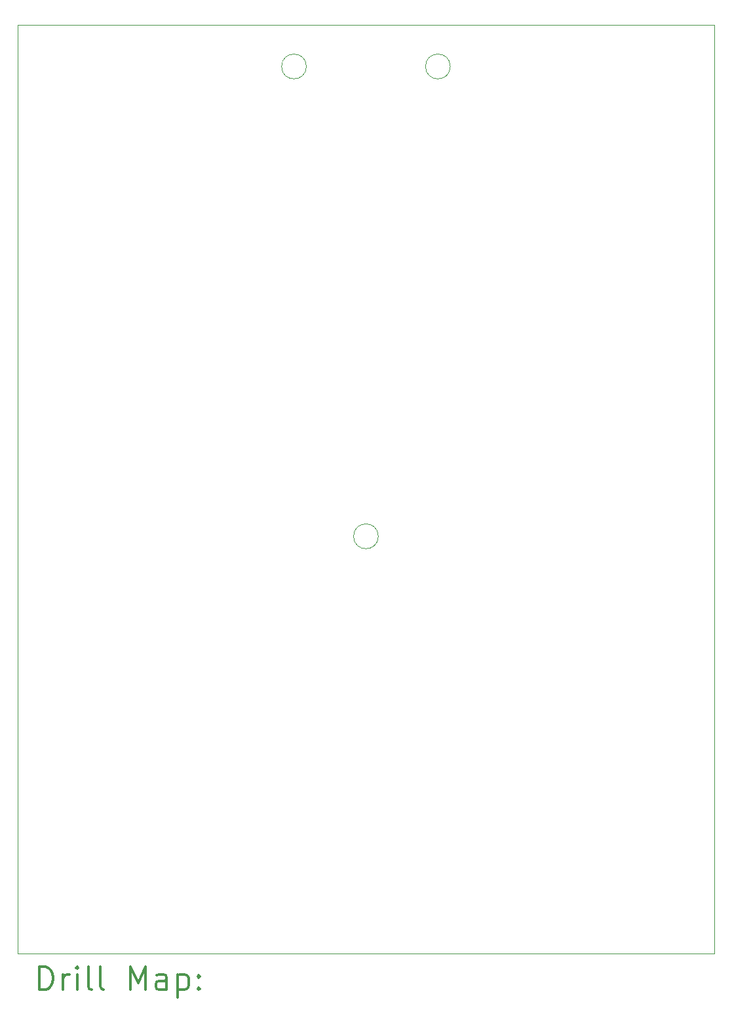
<source format=gbr>
%FSLAX45Y45*%
G04 Gerber Fmt 4.5, Leading zero omitted, Abs format (unit mm)*
G04 Created by KiCad (PCBNEW (5.1.10)-1) date 2024-11-06 19:54:41*
%MOMM*%
%LPD*%
G01*
G04 APERTURE LIST*
%TA.AperFunction,Profile*%
%ADD10C,0.050000*%
%TD*%
%ADD11C,0.200000*%
%ADD12C,0.300000*%
G04 APERTURE END LIST*
D10*
X4660000Y-6610000D02*
G75*
G03*
X4660000Y-6610000I-160000J0D01*
G01*
X5590000Y-540000D02*
G75*
G03*
X5590000Y-540000I-160000J0D01*
G01*
X3730000Y-540000D02*
G75*
G03*
X3730000Y-540000I-160000J0D01*
G01*
X9000000Y0D02*
X9000000Y-12000000D01*
X0Y-12000000D02*
X0Y0D01*
X9000000Y-12000000D02*
X0Y-12000000D01*
X0Y0D02*
X9000000Y0D01*
D11*
D12*
X283928Y-12468214D02*
X283928Y-12168214D01*
X355357Y-12168214D01*
X398214Y-12182500D01*
X426786Y-12211071D01*
X441071Y-12239643D01*
X455357Y-12296786D01*
X455357Y-12339643D01*
X441071Y-12396786D01*
X426786Y-12425357D01*
X398214Y-12453929D01*
X355357Y-12468214D01*
X283928Y-12468214D01*
X583928Y-12468214D02*
X583928Y-12268214D01*
X583928Y-12325357D02*
X598214Y-12296786D01*
X612500Y-12282500D01*
X641071Y-12268214D01*
X669643Y-12268214D01*
X769643Y-12468214D02*
X769643Y-12268214D01*
X769643Y-12168214D02*
X755357Y-12182500D01*
X769643Y-12196786D01*
X783928Y-12182500D01*
X769643Y-12168214D01*
X769643Y-12196786D01*
X955357Y-12468214D02*
X926786Y-12453929D01*
X912500Y-12425357D01*
X912500Y-12168214D01*
X1112500Y-12468214D02*
X1083928Y-12453929D01*
X1069643Y-12425357D01*
X1069643Y-12168214D01*
X1455357Y-12468214D02*
X1455357Y-12168214D01*
X1555357Y-12382500D01*
X1655357Y-12168214D01*
X1655357Y-12468214D01*
X1926786Y-12468214D02*
X1926786Y-12311071D01*
X1912500Y-12282500D01*
X1883928Y-12268214D01*
X1826786Y-12268214D01*
X1798214Y-12282500D01*
X1926786Y-12453929D02*
X1898214Y-12468214D01*
X1826786Y-12468214D01*
X1798214Y-12453929D01*
X1783928Y-12425357D01*
X1783928Y-12396786D01*
X1798214Y-12368214D01*
X1826786Y-12353929D01*
X1898214Y-12353929D01*
X1926786Y-12339643D01*
X2069643Y-12268214D02*
X2069643Y-12568214D01*
X2069643Y-12282500D02*
X2098214Y-12268214D01*
X2155357Y-12268214D01*
X2183928Y-12282500D01*
X2198214Y-12296786D01*
X2212500Y-12325357D01*
X2212500Y-12411071D01*
X2198214Y-12439643D01*
X2183928Y-12453929D01*
X2155357Y-12468214D01*
X2098214Y-12468214D01*
X2069643Y-12453929D01*
X2341071Y-12439643D02*
X2355357Y-12453929D01*
X2341071Y-12468214D01*
X2326786Y-12453929D01*
X2341071Y-12439643D01*
X2341071Y-12468214D01*
X2341071Y-12282500D02*
X2355357Y-12296786D01*
X2341071Y-12311071D01*
X2326786Y-12296786D01*
X2341071Y-12282500D01*
X2341071Y-12311071D01*
M02*

</source>
